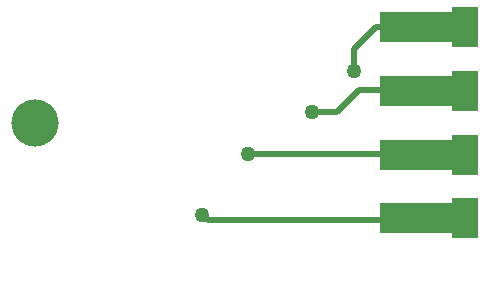
<source format=gtl>
G04*
G04 #@! TF.GenerationSoftware,Altium Limited,Altium Designer,18.0.7 (293)*
G04*
G04 Layer_Physical_Order=1*
G04 Layer_Color=255*
%FSLAX25Y25*%
%MOIN*%
G70*
G01*
G75*
%ADD11C,0.01000*%
%ADD13R,0.09055X0.13386*%
%ADD14R,0.33071X0.09843*%
%ADD19C,0.02000*%
%ADD20C,0.15748*%
%ADD21C,0.05000*%
G36*
X460236Y297598D02*
D01*
D02*
G37*
G36*
X449536Y313848D02*
D01*
D02*
G37*
G36*
X460236Y318858D02*
D01*
D02*
G37*
G36*
X449536Y335108D02*
D01*
D02*
G37*
G36*
X460236Y340118D02*
D01*
D02*
G37*
G36*
X449536Y356368D02*
D01*
D02*
G37*
G36*
X460236Y361378D02*
D01*
D02*
G37*
G36*
X449536Y377628D02*
D01*
D02*
G37*
D11*
X395700Y343900D02*
X396000D01*
D13*
X467917Y386221D02*
D03*
Y364961D02*
D03*
Y343701D02*
D03*
Y322441D02*
D03*
D14*
X455905Y386221D02*
D03*
Y364961D02*
D03*
Y343701D02*
D03*
Y322441D02*
D03*
D19*
Y386221D02*
X467917D01*
X438221D02*
X455905D01*
X430900Y371500D02*
Y378900D01*
X438221Y386221D01*
X396000Y343900D02*
X467228D01*
X382368Y321732D02*
X467917D01*
X380500Y323600D02*
X382368Y321732D01*
X425500Y358000D02*
X432697Y365197D01*
X467917D01*
X417100Y358000D02*
X425500D01*
D20*
X324803Y354331D02*
D03*
D21*
X430900Y371500D02*
D03*
X380500Y323600D02*
D03*
X417100Y358000D02*
D03*
X395700Y343900D02*
D03*
M02*

</source>
